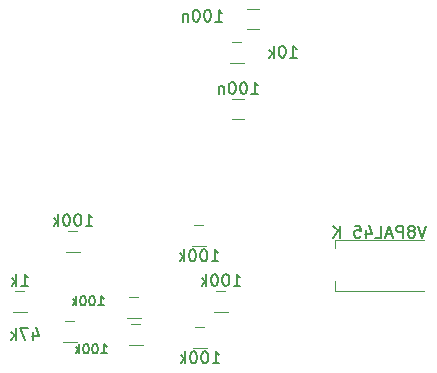
<source format=gbo>
G04 #@! TF.FileFunction,Legend,Bot*
%FSLAX46Y46*%
G04 Gerber Fmt 4.6, Leading zero omitted, Abs format (unit mm)*
G04 Created by KiCad (PCBNEW 4.0.7-e2-6376~58~ubuntu16.04.1) date Sat Dec  9 11:07:45 2023*
%MOMM*%
%LPD*%
G01*
G04 APERTURE LIST*
%ADD10C,0.100000*%
%ADD11C,0.120000*%
%ADD12C,0.150000*%
%ADD13C,0.300000*%
%ADD14R,2.000000X2.000000*%
%ADD15C,2.000000*%
%ADD16R,1.900000X1.650000*%
%ADD17R,2.600000X2.600000*%
%ADD18O,2.600000X2.600000*%
%ADD19R,3.900000X3.900000*%
%ADD20C,4.400000*%
%ADD21R,2.100000X2.100000*%
%ADD22O,2.100000X2.100000*%
%ADD23C,3.000000*%
%ADD24R,2.200000X2.200000*%
%ADD25O,2.200000X2.200000*%
%ADD26R,1.900000X1.700000*%
%ADD27R,1.797000X1.797000*%
%ADD28C,1.797000*%
%ADD29O,2.000000X2.000000*%
G04 APERTURE END LIST*
D10*
D11*
X117340000Y-69176000D02*
X116340000Y-69176000D01*
X116340000Y-67476000D02*
X117340000Y-67476000D01*
X116070000Y-76796000D02*
X115070000Y-76796000D01*
X115070000Y-75096000D02*
X116070000Y-75096000D01*
X123780000Y-91304000D02*
X123780000Y-87004000D01*
X123780000Y-87004000D02*
X131330000Y-87004000D01*
X123780000Y-91304000D02*
X131330000Y-91304000D01*
X116090000Y-70240000D02*
X114890000Y-70240000D01*
X114890000Y-72000000D02*
X116090000Y-72000000D01*
X107360000Y-91830000D02*
X106160000Y-91830000D01*
X106160000Y-93590000D02*
X107360000Y-93590000D01*
X107534000Y-94116000D02*
X106334000Y-94116000D01*
X106334000Y-95876000D02*
X107534000Y-95876000D01*
X100746000Y-95622000D02*
X101946000Y-95622000D01*
X101946000Y-93862000D02*
X100746000Y-93862000D01*
X111668000Y-87494000D02*
X112868000Y-87494000D01*
X112868000Y-85734000D02*
X111668000Y-85734000D01*
X114726000Y-91322000D02*
X113526000Y-91322000D01*
X113526000Y-93082000D02*
X114726000Y-93082000D01*
X111748000Y-96130000D02*
X112948000Y-96130000D01*
X112948000Y-94370000D02*
X111748000Y-94370000D01*
X102200000Y-86242000D02*
X101000000Y-86242000D01*
X101000000Y-88002000D02*
X102200000Y-88002000D01*
X97708000Y-91322000D02*
X96508000Y-91322000D01*
X96508000Y-93082000D02*
X97708000Y-93082000D01*
D12*
X113641047Y-68524381D02*
X114212476Y-68524381D01*
X113926762Y-68524381D02*
X113926762Y-67524381D01*
X114022000Y-67667238D01*
X114117238Y-67762476D01*
X114212476Y-67810095D01*
X113022000Y-67524381D02*
X112926761Y-67524381D01*
X112831523Y-67572000D01*
X112783904Y-67619619D01*
X112736285Y-67714857D01*
X112688666Y-67905333D01*
X112688666Y-68143429D01*
X112736285Y-68333905D01*
X112783904Y-68429143D01*
X112831523Y-68476762D01*
X112926761Y-68524381D01*
X113022000Y-68524381D01*
X113117238Y-68476762D01*
X113164857Y-68429143D01*
X113212476Y-68333905D01*
X113260095Y-68143429D01*
X113260095Y-67905333D01*
X113212476Y-67714857D01*
X113164857Y-67619619D01*
X113117238Y-67572000D01*
X113022000Y-67524381D01*
X112069619Y-67524381D02*
X111974380Y-67524381D01*
X111879142Y-67572000D01*
X111831523Y-67619619D01*
X111783904Y-67714857D01*
X111736285Y-67905333D01*
X111736285Y-68143429D01*
X111783904Y-68333905D01*
X111831523Y-68429143D01*
X111879142Y-68476762D01*
X111974380Y-68524381D01*
X112069619Y-68524381D01*
X112164857Y-68476762D01*
X112212476Y-68429143D01*
X112260095Y-68333905D01*
X112307714Y-68143429D01*
X112307714Y-67905333D01*
X112260095Y-67714857D01*
X112212476Y-67619619D01*
X112164857Y-67572000D01*
X112069619Y-67524381D01*
X111307714Y-67857714D02*
X111307714Y-68524381D01*
X111307714Y-67952952D02*
X111260095Y-67905333D01*
X111164857Y-67857714D01*
X111021999Y-67857714D01*
X110926761Y-67905333D01*
X110879142Y-68000571D01*
X110879142Y-68524381D01*
X116689047Y-74648381D02*
X117260476Y-74648381D01*
X116974762Y-74648381D02*
X116974762Y-73648381D01*
X117070000Y-73791238D01*
X117165238Y-73886476D01*
X117260476Y-73934095D01*
X116070000Y-73648381D02*
X115974761Y-73648381D01*
X115879523Y-73696000D01*
X115831904Y-73743619D01*
X115784285Y-73838857D01*
X115736666Y-74029333D01*
X115736666Y-74267429D01*
X115784285Y-74457905D01*
X115831904Y-74553143D01*
X115879523Y-74600762D01*
X115974761Y-74648381D01*
X116070000Y-74648381D01*
X116165238Y-74600762D01*
X116212857Y-74553143D01*
X116260476Y-74457905D01*
X116308095Y-74267429D01*
X116308095Y-74029333D01*
X116260476Y-73838857D01*
X116212857Y-73743619D01*
X116165238Y-73696000D01*
X116070000Y-73648381D01*
X115117619Y-73648381D02*
X115022380Y-73648381D01*
X114927142Y-73696000D01*
X114879523Y-73743619D01*
X114831904Y-73838857D01*
X114784285Y-74029333D01*
X114784285Y-74267429D01*
X114831904Y-74457905D01*
X114879523Y-74553143D01*
X114927142Y-74600762D01*
X115022380Y-74648381D01*
X115117619Y-74648381D01*
X115212857Y-74600762D01*
X115260476Y-74553143D01*
X115308095Y-74457905D01*
X115355714Y-74267429D01*
X115355714Y-74029333D01*
X115308095Y-73838857D01*
X115260476Y-73743619D01*
X115212857Y-73696000D01*
X115117619Y-73648381D01*
X114355714Y-73981714D02*
X114355714Y-74648381D01*
X114355714Y-74076952D02*
X114308095Y-74029333D01*
X114212857Y-73981714D01*
X114069999Y-73981714D01*
X113974761Y-74029333D01*
X113927142Y-74124571D01*
X113927142Y-74648381D01*
X131484191Y-85812381D02*
X131150858Y-86812381D01*
X130817524Y-85812381D01*
X130341334Y-86240952D02*
X130436572Y-86193333D01*
X130484191Y-86145714D01*
X130531810Y-86050476D01*
X130531810Y-86002857D01*
X130484191Y-85907619D01*
X130436572Y-85860000D01*
X130341334Y-85812381D01*
X130150857Y-85812381D01*
X130055619Y-85860000D01*
X130008000Y-85907619D01*
X129960381Y-86002857D01*
X129960381Y-86050476D01*
X130008000Y-86145714D01*
X130055619Y-86193333D01*
X130150857Y-86240952D01*
X130341334Y-86240952D01*
X130436572Y-86288571D01*
X130484191Y-86336190D01*
X130531810Y-86431429D01*
X130531810Y-86621905D01*
X130484191Y-86717143D01*
X130436572Y-86764762D01*
X130341334Y-86812381D01*
X130150857Y-86812381D01*
X130055619Y-86764762D01*
X130008000Y-86717143D01*
X129960381Y-86621905D01*
X129960381Y-86431429D01*
X130008000Y-86336190D01*
X130055619Y-86288571D01*
X130150857Y-86240952D01*
X129531810Y-86812381D02*
X129531810Y-85812381D01*
X129150857Y-85812381D01*
X129055619Y-85860000D01*
X129008000Y-85907619D01*
X128960381Y-86002857D01*
X128960381Y-86145714D01*
X129008000Y-86240952D01*
X129055619Y-86288571D01*
X129150857Y-86336190D01*
X129531810Y-86336190D01*
X128579429Y-86526667D02*
X128103238Y-86526667D01*
X128674667Y-86812381D02*
X128341334Y-85812381D01*
X128008000Y-86812381D01*
X127198476Y-86812381D02*
X127674667Y-86812381D01*
X127674667Y-85812381D01*
X126436571Y-86145714D02*
X126436571Y-86812381D01*
X126674667Y-85764762D02*
X126912762Y-86479048D01*
X126293714Y-86479048D01*
X125436571Y-85812381D02*
X125912762Y-85812381D01*
X125960381Y-86288571D01*
X125912762Y-86240952D01*
X125817524Y-86193333D01*
X125579428Y-86193333D01*
X125484190Y-86240952D01*
X125436571Y-86288571D01*
X125388952Y-86383810D01*
X125388952Y-86621905D01*
X125436571Y-86717143D01*
X125484190Y-86764762D01*
X125579428Y-86812381D01*
X125817524Y-86812381D01*
X125912762Y-86764762D01*
X125960381Y-86717143D01*
X124198476Y-86812381D02*
X124198476Y-85812381D01*
X123627047Y-86812381D02*
X124055619Y-86240952D01*
X123627047Y-85812381D02*
X124198476Y-86383810D01*
X119975238Y-71572381D02*
X120546667Y-71572381D01*
X120260953Y-71572381D02*
X120260953Y-70572381D01*
X120356191Y-70715238D01*
X120451429Y-70810476D01*
X120546667Y-70858095D01*
X119356191Y-70572381D02*
X119260952Y-70572381D01*
X119165714Y-70620000D01*
X119118095Y-70667619D01*
X119070476Y-70762857D01*
X119022857Y-70953333D01*
X119022857Y-71191429D01*
X119070476Y-71381905D01*
X119118095Y-71477143D01*
X119165714Y-71524762D01*
X119260952Y-71572381D01*
X119356191Y-71572381D01*
X119451429Y-71524762D01*
X119499048Y-71477143D01*
X119546667Y-71381905D01*
X119594286Y-71191429D01*
X119594286Y-70953333D01*
X119546667Y-70762857D01*
X119499048Y-70667619D01*
X119451429Y-70620000D01*
X119356191Y-70572381D01*
X118594286Y-71572381D02*
X118594286Y-70572381D01*
X118499048Y-71191429D02*
X118213333Y-71572381D01*
X118213333Y-70905714D02*
X118594286Y-71286667D01*
X103727143Y-92563905D02*
X104184286Y-92563905D01*
X103955715Y-92563905D02*
X103955715Y-91763905D01*
X104031905Y-91878190D01*
X104108096Y-91954381D01*
X104184286Y-91992476D01*
X103231905Y-91763905D02*
X103155714Y-91763905D01*
X103079524Y-91802000D01*
X103041429Y-91840095D01*
X103003333Y-91916286D01*
X102965238Y-92068667D01*
X102965238Y-92259143D01*
X103003333Y-92411524D01*
X103041429Y-92487714D01*
X103079524Y-92525810D01*
X103155714Y-92563905D01*
X103231905Y-92563905D01*
X103308095Y-92525810D01*
X103346191Y-92487714D01*
X103384286Y-92411524D01*
X103422381Y-92259143D01*
X103422381Y-92068667D01*
X103384286Y-91916286D01*
X103346191Y-91840095D01*
X103308095Y-91802000D01*
X103231905Y-91763905D01*
X102470000Y-91763905D02*
X102393809Y-91763905D01*
X102317619Y-91802000D01*
X102279524Y-91840095D01*
X102241428Y-91916286D01*
X102203333Y-92068667D01*
X102203333Y-92259143D01*
X102241428Y-92411524D01*
X102279524Y-92487714D01*
X102317619Y-92525810D01*
X102393809Y-92563905D01*
X102470000Y-92563905D01*
X102546190Y-92525810D01*
X102584286Y-92487714D01*
X102622381Y-92411524D01*
X102660476Y-92259143D01*
X102660476Y-92068667D01*
X102622381Y-91916286D01*
X102584286Y-91840095D01*
X102546190Y-91802000D01*
X102470000Y-91763905D01*
X101860476Y-92563905D02*
X101860476Y-91763905D01*
X101784285Y-92259143D02*
X101555714Y-92563905D01*
X101555714Y-92030571D02*
X101860476Y-92335333D01*
X103981143Y-96627905D02*
X104438286Y-96627905D01*
X104209715Y-96627905D02*
X104209715Y-95827905D01*
X104285905Y-95942190D01*
X104362096Y-96018381D01*
X104438286Y-96056476D01*
X103485905Y-95827905D02*
X103409714Y-95827905D01*
X103333524Y-95866000D01*
X103295429Y-95904095D01*
X103257333Y-95980286D01*
X103219238Y-96132667D01*
X103219238Y-96323143D01*
X103257333Y-96475524D01*
X103295429Y-96551714D01*
X103333524Y-96589810D01*
X103409714Y-96627905D01*
X103485905Y-96627905D01*
X103562095Y-96589810D01*
X103600191Y-96551714D01*
X103638286Y-96475524D01*
X103676381Y-96323143D01*
X103676381Y-96132667D01*
X103638286Y-95980286D01*
X103600191Y-95904095D01*
X103562095Y-95866000D01*
X103485905Y-95827905D01*
X102724000Y-95827905D02*
X102647809Y-95827905D01*
X102571619Y-95866000D01*
X102533524Y-95904095D01*
X102495428Y-95980286D01*
X102457333Y-96132667D01*
X102457333Y-96323143D01*
X102495428Y-96475524D01*
X102533524Y-96551714D01*
X102571619Y-96589810D01*
X102647809Y-96627905D01*
X102724000Y-96627905D01*
X102800190Y-96589810D01*
X102838286Y-96551714D01*
X102876381Y-96475524D01*
X102914476Y-96323143D01*
X102914476Y-96132667D01*
X102876381Y-95980286D01*
X102838286Y-95904095D01*
X102800190Y-95866000D01*
X102724000Y-95827905D01*
X102114476Y-96627905D02*
X102114476Y-95827905D01*
X102038285Y-96323143D02*
X101809714Y-96627905D01*
X101809714Y-96094571D02*
X102114476Y-96399333D01*
X98226476Y-94781714D02*
X98226476Y-95448381D01*
X98464572Y-94400762D02*
X98702667Y-95115048D01*
X98083619Y-95115048D01*
X97797905Y-94448381D02*
X97131238Y-94448381D01*
X97559810Y-95448381D01*
X96750286Y-95448381D02*
X96750286Y-94448381D01*
X96655048Y-95067429D02*
X96369333Y-95448381D01*
X96369333Y-94781714D02*
X96750286Y-95162667D01*
X113339428Y-88816381D02*
X113910857Y-88816381D01*
X113625143Y-88816381D02*
X113625143Y-87816381D01*
X113720381Y-87959238D01*
X113815619Y-88054476D01*
X113910857Y-88102095D01*
X112720381Y-87816381D02*
X112625142Y-87816381D01*
X112529904Y-87864000D01*
X112482285Y-87911619D01*
X112434666Y-88006857D01*
X112387047Y-88197333D01*
X112387047Y-88435429D01*
X112434666Y-88625905D01*
X112482285Y-88721143D01*
X112529904Y-88768762D01*
X112625142Y-88816381D01*
X112720381Y-88816381D01*
X112815619Y-88768762D01*
X112863238Y-88721143D01*
X112910857Y-88625905D01*
X112958476Y-88435429D01*
X112958476Y-88197333D01*
X112910857Y-88006857D01*
X112863238Y-87911619D01*
X112815619Y-87864000D01*
X112720381Y-87816381D01*
X111768000Y-87816381D02*
X111672761Y-87816381D01*
X111577523Y-87864000D01*
X111529904Y-87911619D01*
X111482285Y-88006857D01*
X111434666Y-88197333D01*
X111434666Y-88435429D01*
X111482285Y-88625905D01*
X111529904Y-88721143D01*
X111577523Y-88768762D01*
X111672761Y-88816381D01*
X111768000Y-88816381D01*
X111863238Y-88768762D01*
X111910857Y-88721143D01*
X111958476Y-88625905D01*
X112006095Y-88435429D01*
X112006095Y-88197333D01*
X111958476Y-88006857D01*
X111910857Y-87911619D01*
X111863238Y-87864000D01*
X111768000Y-87816381D01*
X111006095Y-88816381D02*
X111006095Y-87816381D01*
X110910857Y-88435429D02*
X110625142Y-88816381D01*
X110625142Y-88149714D02*
X111006095Y-88530667D01*
X115197428Y-90904381D02*
X115768857Y-90904381D01*
X115483143Y-90904381D02*
X115483143Y-89904381D01*
X115578381Y-90047238D01*
X115673619Y-90142476D01*
X115768857Y-90190095D01*
X114578381Y-89904381D02*
X114483142Y-89904381D01*
X114387904Y-89952000D01*
X114340285Y-89999619D01*
X114292666Y-90094857D01*
X114245047Y-90285333D01*
X114245047Y-90523429D01*
X114292666Y-90713905D01*
X114340285Y-90809143D01*
X114387904Y-90856762D01*
X114483142Y-90904381D01*
X114578381Y-90904381D01*
X114673619Y-90856762D01*
X114721238Y-90809143D01*
X114768857Y-90713905D01*
X114816476Y-90523429D01*
X114816476Y-90285333D01*
X114768857Y-90094857D01*
X114721238Y-89999619D01*
X114673619Y-89952000D01*
X114578381Y-89904381D01*
X113626000Y-89904381D02*
X113530761Y-89904381D01*
X113435523Y-89952000D01*
X113387904Y-89999619D01*
X113340285Y-90094857D01*
X113292666Y-90285333D01*
X113292666Y-90523429D01*
X113340285Y-90713905D01*
X113387904Y-90809143D01*
X113435523Y-90856762D01*
X113530761Y-90904381D01*
X113626000Y-90904381D01*
X113721238Y-90856762D01*
X113768857Y-90809143D01*
X113816476Y-90713905D01*
X113864095Y-90523429D01*
X113864095Y-90285333D01*
X113816476Y-90094857D01*
X113768857Y-89999619D01*
X113721238Y-89952000D01*
X113626000Y-89904381D01*
X112864095Y-90904381D02*
X112864095Y-89904381D01*
X112768857Y-90523429D02*
X112483142Y-90904381D01*
X112483142Y-90237714D02*
X112864095Y-90618667D01*
X113419428Y-97452381D02*
X113990857Y-97452381D01*
X113705143Y-97452381D02*
X113705143Y-96452381D01*
X113800381Y-96595238D01*
X113895619Y-96690476D01*
X113990857Y-96738095D01*
X112800381Y-96452381D02*
X112705142Y-96452381D01*
X112609904Y-96500000D01*
X112562285Y-96547619D01*
X112514666Y-96642857D01*
X112467047Y-96833333D01*
X112467047Y-97071429D01*
X112514666Y-97261905D01*
X112562285Y-97357143D01*
X112609904Y-97404762D01*
X112705142Y-97452381D01*
X112800381Y-97452381D01*
X112895619Y-97404762D01*
X112943238Y-97357143D01*
X112990857Y-97261905D01*
X113038476Y-97071429D01*
X113038476Y-96833333D01*
X112990857Y-96642857D01*
X112943238Y-96547619D01*
X112895619Y-96500000D01*
X112800381Y-96452381D01*
X111848000Y-96452381D02*
X111752761Y-96452381D01*
X111657523Y-96500000D01*
X111609904Y-96547619D01*
X111562285Y-96642857D01*
X111514666Y-96833333D01*
X111514666Y-97071429D01*
X111562285Y-97261905D01*
X111609904Y-97357143D01*
X111657523Y-97404762D01*
X111752761Y-97452381D01*
X111848000Y-97452381D01*
X111943238Y-97404762D01*
X111990857Y-97357143D01*
X112038476Y-97261905D01*
X112086095Y-97071429D01*
X112086095Y-96833333D01*
X112038476Y-96642857D01*
X111990857Y-96547619D01*
X111943238Y-96500000D01*
X111848000Y-96452381D01*
X111086095Y-97452381D02*
X111086095Y-96452381D01*
X110990857Y-97071429D02*
X110705142Y-97452381D01*
X110705142Y-96785714D02*
X111086095Y-97166667D01*
X102671428Y-85824381D02*
X103242857Y-85824381D01*
X102957143Y-85824381D02*
X102957143Y-84824381D01*
X103052381Y-84967238D01*
X103147619Y-85062476D01*
X103242857Y-85110095D01*
X102052381Y-84824381D02*
X101957142Y-84824381D01*
X101861904Y-84872000D01*
X101814285Y-84919619D01*
X101766666Y-85014857D01*
X101719047Y-85205333D01*
X101719047Y-85443429D01*
X101766666Y-85633905D01*
X101814285Y-85729143D01*
X101861904Y-85776762D01*
X101957142Y-85824381D01*
X102052381Y-85824381D01*
X102147619Y-85776762D01*
X102195238Y-85729143D01*
X102242857Y-85633905D01*
X102290476Y-85443429D01*
X102290476Y-85205333D01*
X102242857Y-85014857D01*
X102195238Y-84919619D01*
X102147619Y-84872000D01*
X102052381Y-84824381D01*
X101100000Y-84824381D02*
X101004761Y-84824381D01*
X100909523Y-84872000D01*
X100861904Y-84919619D01*
X100814285Y-85014857D01*
X100766666Y-85205333D01*
X100766666Y-85443429D01*
X100814285Y-85633905D01*
X100861904Y-85729143D01*
X100909523Y-85776762D01*
X101004761Y-85824381D01*
X101100000Y-85824381D01*
X101195238Y-85776762D01*
X101242857Y-85729143D01*
X101290476Y-85633905D01*
X101338095Y-85443429D01*
X101338095Y-85205333D01*
X101290476Y-85014857D01*
X101242857Y-84919619D01*
X101195238Y-84872000D01*
X101100000Y-84824381D01*
X100338095Y-85824381D02*
X100338095Y-84824381D01*
X100242857Y-85443429D02*
X99957142Y-85824381D01*
X99957142Y-85157714D02*
X100338095Y-85538667D01*
X97227047Y-90904381D02*
X97798476Y-90904381D01*
X97512762Y-90904381D02*
X97512762Y-89904381D01*
X97608000Y-90047238D01*
X97703238Y-90142476D01*
X97798476Y-90190095D01*
X96798476Y-90904381D02*
X96798476Y-89904381D01*
X96703238Y-90523429D02*
X96417523Y-90904381D01*
X96417523Y-90237714D02*
X96798476Y-90618667D01*
%LPC*%
D13*
X93721999Y-41826571D02*
X94221999Y-41112286D01*
X94579142Y-41826571D02*
X94579142Y-40326571D01*
X94007714Y-40326571D01*
X93864856Y-40398000D01*
X93793428Y-40469429D01*
X93721999Y-40612286D01*
X93721999Y-40826571D01*
X93793428Y-40969429D01*
X93864856Y-41040857D01*
X94007714Y-41112286D01*
X94579142Y-41112286D01*
X93150571Y-40469429D02*
X93079142Y-40398000D01*
X92936285Y-40326571D01*
X92579142Y-40326571D01*
X92436285Y-40398000D01*
X92364856Y-40469429D01*
X92293428Y-40612286D01*
X92293428Y-40755143D01*
X92364856Y-40969429D01*
X93221999Y-41826571D01*
X92293428Y-41826571D01*
D14*
X119888000Y-54102000D03*
D15*
X122388000Y-54102000D03*
D14*
X129032000Y-54102000D03*
D15*
X126532000Y-54102000D03*
D16*
X115590000Y-68326000D03*
X118090000Y-68326000D03*
X114320000Y-75946000D03*
X116820000Y-75946000D03*
D15*
X116332000Y-86614000D03*
X121332000Y-86614000D03*
X105196000Y-86106000D03*
X107696000Y-86106000D03*
D14*
X132294000Y-83312000D03*
D15*
X129794000Y-83312000D03*
D17*
X118618000Y-40386000D03*
D18*
X128778000Y-40386000D03*
D10*
G36*
X123730000Y-90504000D02*
X123730000Y-87804000D01*
X127730000Y-88404000D01*
X127730000Y-89904000D01*
X123730000Y-90504000D01*
X123730000Y-90504000D01*
G37*
G36*
X133530000Y-87804000D02*
X133530000Y-90504000D01*
X129530000Y-89904000D01*
X129530000Y-88404000D01*
X133530000Y-87804000D01*
X133530000Y-87804000D01*
G37*
D19*
X109220000Y-47148000D03*
X109220000Y-41148000D03*
X104520000Y-44148000D03*
D14*
X93264000Y-55981000D03*
D15*
X93264000Y-58751000D03*
X93264000Y-61521000D03*
X93264000Y-64291000D03*
X93264000Y-67061000D03*
X93264000Y-69831000D03*
X93264000Y-72601000D03*
X93264000Y-75371000D03*
X93264000Y-78141000D03*
X93264000Y-80911000D03*
X93264000Y-83681000D03*
X93264000Y-86451000D03*
X93264000Y-89221000D03*
X90424000Y-57366000D03*
X90424000Y-60136000D03*
X90424000Y-62906000D03*
X90424000Y-65676000D03*
X90424000Y-68446000D03*
X90424000Y-71216000D03*
X90424000Y-73986000D03*
X90424000Y-76756000D03*
X90424000Y-79526000D03*
X90424000Y-82296000D03*
X90424000Y-85066000D03*
X90424000Y-87836000D03*
D20*
X92964000Y-49051000D03*
X92964000Y-96151000D03*
D21*
X114808000Y-54610000D03*
D22*
X112268000Y-54610000D03*
X109728000Y-54610000D03*
X107188000Y-54610000D03*
X104648000Y-54610000D03*
X102108000Y-54610000D03*
D14*
X137622000Y-55775000D03*
D15*
X137622000Y-58545000D03*
X137622000Y-61315000D03*
X137622000Y-64085000D03*
X137622000Y-66855000D03*
X137622000Y-69625000D03*
X137622000Y-72395000D03*
X137622000Y-75165000D03*
X137622000Y-77935000D03*
X137622000Y-80705000D03*
X137622000Y-83475000D03*
X137622000Y-86245000D03*
X137622000Y-89015000D03*
X140462000Y-57160000D03*
X140462000Y-59930000D03*
X140462000Y-62700000D03*
X140462000Y-65470000D03*
X140462000Y-68240000D03*
X140462000Y-71010000D03*
X140462000Y-73780000D03*
X140462000Y-76550000D03*
X140462000Y-79320000D03*
X140462000Y-82090000D03*
X140462000Y-84860000D03*
X140462000Y-87630000D03*
D20*
X137922000Y-95945000D03*
X137922000Y-48845000D03*
D23*
X125984000Y-92964000D03*
X130984000Y-92964000D03*
D24*
X119888000Y-90932000D03*
D25*
X119888000Y-93472000D03*
X119888000Y-96012000D03*
D26*
X114140000Y-71120000D03*
X116840000Y-71120000D03*
X105410000Y-92710000D03*
X108110000Y-92710000D03*
X105584000Y-94996000D03*
X108284000Y-94996000D03*
X102696000Y-94742000D03*
X99996000Y-94742000D03*
X113618000Y-86614000D03*
X110918000Y-86614000D03*
X112776000Y-92202000D03*
X115476000Y-92202000D03*
X113698000Y-95250000D03*
X110998000Y-95250000D03*
X100250000Y-87122000D03*
X102950000Y-87122000D03*
X95758000Y-92202000D03*
X98458000Y-92202000D03*
D24*
X121412000Y-45466000D03*
D25*
X123952000Y-45466000D03*
X126492000Y-45466000D03*
D27*
X116840000Y-65786000D03*
D28*
X114300000Y-63246000D03*
X114300000Y-65786000D03*
X111760000Y-63246000D03*
X111760000Y-65786000D03*
X109220000Y-63246000D03*
X106680000Y-65786000D03*
X109220000Y-65786000D03*
X106680000Y-68326000D03*
X109220000Y-68326000D03*
X106680000Y-70866000D03*
X109220000Y-70866000D03*
X106680000Y-73406000D03*
X109220000Y-73406000D03*
X106680000Y-75946000D03*
X109220000Y-75946000D03*
X106680000Y-78486000D03*
X109220000Y-81026000D03*
X109220000Y-78486000D03*
X111760000Y-81026000D03*
X111760000Y-78486000D03*
X114300000Y-81026000D03*
X114300000Y-78486000D03*
X116840000Y-81026000D03*
X116840000Y-78486000D03*
X119380000Y-81026000D03*
X119380000Y-78486000D03*
X121920000Y-81026000D03*
X124460000Y-78486000D03*
X121920000Y-78486000D03*
X124460000Y-75946000D03*
X121920000Y-75946000D03*
X124460000Y-73406000D03*
X121920000Y-73406000D03*
X124460000Y-70866000D03*
X121920000Y-70866000D03*
X124460000Y-68326000D03*
X121920000Y-68326000D03*
X124460000Y-65786000D03*
X121920000Y-63246000D03*
X121920000Y-65786000D03*
X119380000Y-63246000D03*
X119380000Y-65786000D03*
X116840000Y-63246000D03*
D14*
X99822000Y-97790000D03*
D29*
X107442000Y-90170000D03*
X102362000Y-97790000D03*
X104902000Y-90170000D03*
X104902000Y-97790000D03*
X102362000Y-90170000D03*
X107442000Y-97790000D03*
X99822000Y-90170000D03*
M02*

</source>
